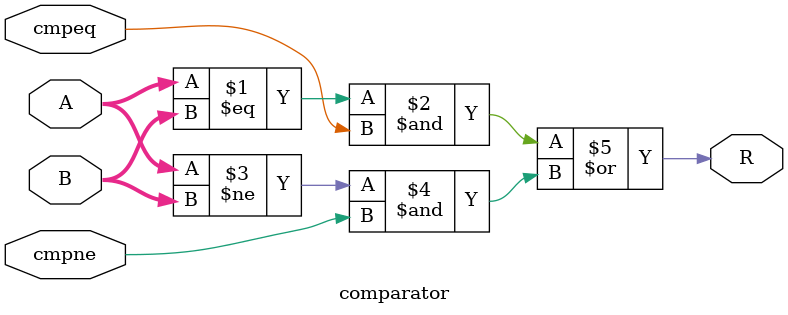
<source format=v>
`timescale 1ns / 1ps

module comparator(
    input [15:0] A,
    input [15:0] B,
	 input cmpeq,
	 input cmpne,
    output R
    );
	 
	 assign R = ((A == B) & cmpeq) | ((A != B) & cmpne);
				
endmodule

</source>
